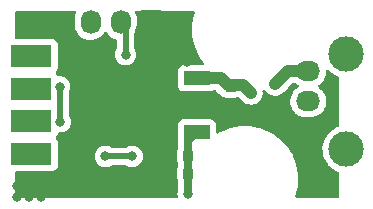
<source format=gbr>
%TF.GenerationSoftware,KiCad,Pcbnew,6.0.2+dfsg-1*%
%TF.CreationDate,2025-02-22T18:35:08+01:00*%
%TF.ProjectId,RS232-to-CCtalk-converter,52533233-322d-4746-9f2d-434374616c6b,rev?*%
%TF.SameCoordinates,Original*%
%TF.FileFunction,Copper,L2,Bot*%
%TF.FilePolarity,Positive*%
%FSLAX46Y46*%
G04 Gerber Fmt 4.6, Leading zero omitted, Abs format (unit mm)*
G04 Created by KiCad (PCBNEW 6.0.2+dfsg-1) date 2025-02-22 18:35:08*
%MOMM*%
%LPD*%
G01*
G04 APERTURE LIST*
G04 Aperture macros list*
%AMRoundRect*
0 Rectangle with rounded corners*
0 $1 Rounding radius*
0 $2 $3 $4 $5 $6 $7 $8 $9 X,Y pos of 4 corners*
0 Add a 4 corners polygon primitive as box body*
4,1,4,$2,$3,$4,$5,$6,$7,$8,$9,$2,$3,0*
0 Add four circle primitives for the rounded corners*
1,1,$1+$1,$2,$3*
1,1,$1+$1,$4,$5*
1,1,$1+$1,$6,$7*
1,1,$1+$1,$8,$9*
0 Add four rect primitives between the rounded corners*
20,1,$1+$1,$2,$3,$4,$5,0*
20,1,$1+$1,$4,$5,$6,$7,0*
20,1,$1+$1,$6,$7,$8,$9,0*
20,1,$1+$1,$8,$9,$2,$3,0*%
%AMRotRect*
0 Rectangle, with rotation*
0 The origin of the aperture is its center*
0 $1 length*
0 $2 width*
0 $3 Rotation angle, in degrees counterclockwise*
0 Add horizontal line*
21,1,$1,$2,0,0,$3*%
G04 Aperture macros list end*
%TA.AperFunction,ComponentPad*%
%ADD10R,1.730000X2.030000*%
%TD*%
%TA.AperFunction,ComponentPad*%
%ADD11O,1.730000X2.030000*%
%TD*%
%TA.AperFunction,SMDPad,CuDef*%
%ADD12R,3.480000X1.846667*%
%TD*%
%TA.AperFunction,ComponentPad*%
%ADD13C,3.000000*%
%TD*%
%TA.AperFunction,ComponentPad*%
%ADD14R,2.030000X1.730000*%
%TD*%
%TA.AperFunction,ComponentPad*%
%ADD15O,2.030000X1.730000*%
%TD*%
%TA.AperFunction,SMDPad,CuDef*%
%ADD16RoundRect,0.225000X0.225000X0.250000X-0.225000X0.250000X-0.225000X-0.250000X0.225000X-0.250000X0*%
%TD*%
%TA.AperFunction,SMDPad,CuDef*%
%ADD17RoundRect,0.225000X-0.250000X0.225000X-0.250000X-0.225000X0.250000X-0.225000X0.250000X0.225000X0*%
%TD*%
%TA.AperFunction,SMDPad,CuDef*%
%ADD18R,2.200000X1.200000*%
%TD*%
%TA.AperFunction,SMDPad,CuDef*%
%ADD19R,5.000000X5.800000*%
%TD*%
%TA.AperFunction,SMDPad,CuDef*%
%ADD20RotRect,0.500000X0.500000X20.000000*%
%TD*%
%TA.AperFunction,ViaPad*%
%ADD21C,0.800000*%
%TD*%
%TA.AperFunction,Conductor*%
%ADD22C,0.700000*%
%TD*%
%TA.AperFunction,Conductor*%
%ADD23C,0.500000*%
%TD*%
%TA.AperFunction,Conductor*%
%ADD24C,1.000000*%
%TD*%
%TA.AperFunction,Conductor*%
%ADD25C,0.250000*%
%TD*%
G04 APERTURE END LIST*
D10*
%TO.P,J2,1,Pin_1*%
%TO.N,GNDREF*%
X116425000Y-86925000D03*
D11*
%TO.P,J2,2,Pin_2*%
%TO.N,RX*%
X113885000Y-86925000D03*
%TO.P,J2,3,Pin_3*%
%TO.N,TX*%
X111345000Y-86925000D03*
%TD*%
D12*
%TO.P,J1,6,6*%
%TO.N,unconnected-(J1-Pad6)*%
X106325000Y-89795000D03*
%TO.P,J1,7,7*%
%TO.N,unconnected-(J1-Pad7)*%
X106325000Y-92565000D03*
%TO.P,J1,8,8*%
%TO.N,unconnected-(J1-Pad8)*%
X106325000Y-95335000D03*
%TO.P,J1,9,9*%
%TO.N,unconnected-(J1-Pad9)*%
X106325000Y-98105000D03*
%TD*%
D13*
%TO.P,J3,*%
%TO.N,*%
X132975000Y-89611200D03*
X132975000Y-97688400D03*
D14*
%TO.P,J3,1,Pin_1*%
%TO.N,GNDREF*%
X129775000Y-96164400D03*
D15*
%TO.P,J3,2,Pin_2*%
%TO.N,CCTALK-DATA*%
X129775000Y-93624400D03*
%TO.P,J3,3,Pin_3*%
%TO.N,Net-(D2-Pad2)*%
X129775000Y-91084400D03*
%TD*%
D16*
%TO.P,C8,1*%
%TO.N,+5V*%
X119625000Y-99750000D03*
%TO.P,C8,2*%
%TO.N,GNDREF*%
X118075000Y-99750000D03*
%TD*%
%TO.P,C9,1*%
%TO.N,+5V*%
X119625000Y-98250000D03*
%TO.P,C9,2*%
%TO.N,GNDREF*%
X118075000Y-98250000D03*
%TD*%
D17*
%TO.P,C7,1*%
%TO.N,+24V*%
X123200000Y-92400000D03*
%TO.P,C7,2*%
%TO.N,GNDREF*%
X123200000Y-93950000D03*
%TD*%
D18*
%TO.P,U2,1,IN*%
%TO.N,+24V*%
X120350000Y-91695000D03*
D19*
%TO.P,U2,2,GND*%
%TO.N,GNDREF*%
X114727600Y-93975000D03*
D18*
X120350000Y-93975000D03*
%TO.P,U2,3,OUT*%
%TO.N,+5V*%
X120350000Y-96255000D03*
%TD*%
D20*
%TO.P,D2,1,K*%
%TO.N,+24V*%
X124899538Y-92908422D03*
%TO.P,D2,2,A*%
%TO.N,Net-(D2-Pad2)*%
X126966862Y-92155978D03*
%TD*%
D21*
%TO.N,+5V*%
X119600000Y-101500000D03*
%TO.N,GNDREF*%
X105100000Y-100800000D03*
X105100000Y-101700000D03*
X107100000Y-101700000D03*
X122075000Y-94049500D03*
X107100000Y-100800000D03*
X119500000Y-90325000D03*
X106100000Y-101700000D03*
X106100000Y-100800000D03*
%TO.N,TXout*%
X108725000Y-92400000D03*
X108775000Y-95375000D03*
%TO.N,RX*%
X114300000Y-89700000D03*
%TO.N,Net-(C1-Pad2)*%
X112600000Y-98300000D03*
X114850000Y-98300000D03*
%TD*%
D22*
%TO.N,+5V*%
X119625000Y-96980000D02*
X120350000Y-96255000D01*
X119625000Y-98250000D02*
X119625000Y-96980000D01*
D23*
X119625000Y-101475000D02*
X119600000Y-101500000D01*
D22*
X119625000Y-98250000D02*
X119625000Y-101475000D01*
D24*
%TO.N,GNDREF*%
X120355000Y-93980000D02*
X123596400Y-93980000D01*
X124510800Y-94894400D02*
X126288800Y-94894400D01*
X127584200Y-96189800D02*
X127609600Y-96164400D01*
D25*
X116875000Y-90325000D02*
X114727600Y-92472400D01*
D24*
X126288800Y-94894400D02*
X127584200Y-96189800D01*
D25*
X119500000Y-90325000D02*
X116875000Y-90325000D01*
D24*
X127609600Y-96164400D02*
X129775000Y-96164400D01*
X123596400Y-93980000D02*
X124510800Y-94894400D01*
D25*
X114727600Y-92472400D02*
X114727600Y-93975000D01*
D24*
X120350000Y-93975000D02*
X120355000Y-93980000D01*
%TO.N,+24V*%
X122340400Y-91695000D02*
X122936000Y-92290600D01*
X124281716Y-92290600D02*
X124899538Y-92908422D01*
X122936000Y-92290600D02*
X124281716Y-92290600D01*
X120350000Y-91695000D02*
X122340400Y-91695000D01*
D23*
%TO.N,TXout*%
X108725000Y-92400000D02*
X108725000Y-95325000D01*
X108725000Y-95325000D02*
X108775000Y-95375000D01*
%TO.N,RX*%
X113885000Y-86925000D02*
X114300000Y-87340000D01*
X114300000Y-87340000D02*
X114300000Y-89700000D01*
%TO.N,Net-(C1-Pad2)*%
X112600000Y-98300000D02*
X114850000Y-98300000D01*
D24*
%TO.N,Net-(D2-Pad2)*%
X129775000Y-91084400D02*
X128041400Y-91084400D01*
X128041400Y-91084400D02*
X126969822Y-92155978D01*
X126969822Y-92155978D02*
X126966862Y-92155978D01*
%TD*%
%TA.AperFunction,Conductor*%
%TO.N,GNDREF*%
G36*
X110075867Y-86003202D02*
G01*
X110122360Y-86056858D01*
X110132464Y-86127132D01*
X110117248Y-86171532D01*
X110100948Y-86200167D01*
X110021881Y-86417995D01*
X109980645Y-86646030D01*
X109979500Y-86670310D01*
X109979500Y-87133186D01*
X109994155Y-87305904D01*
X109995495Y-87311068D01*
X109995496Y-87311072D01*
X110026252Y-87429568D01*
X110052373Y-87530206D01*
X110147550Y-87741492D01*
X110150534Y-87745925D01*
X110150535Y-87745926D01*
X110167108Y-87770542D01*
X110276966Y-87933721D01*
X110280645Y-87937578D01*
X110280647Y-87937580D01*
X110346304Y-88006406D01*
X110436921Y-88101397D01*
X110622840Y-88239724D01*
X110693416Y-88275607D01*
X110816799Y-88338338D01*
X110829408Y-88344749D01*
X110914488Y-88371167D01*
X111045616Y-88411884D01*
X111045622Y-88411885D01*
X111050719Y-88413468D01*
X111174347Y-88429854D01*
X111275160Y-88443216D01*
X111275164Y-88443216D01*
X111280444Y-88443916D01*
X111285773Y-88443716D01*
X111285775Y-88443716D01*
X111396229Y-88439569D01*
X111512014Y-88435222D01*
X111738809Y-88387635D01*
X111954345Y-88302517D01*
X112152456Y-88182299D01*
X112245688Y-88101397D01*
X112323448Y-88033921D01*
X112323450Y-88033919D01*
X112327481Y-88030421D01*
X112330864Y-88026295D01*
X112330868Y-88026291D01*
X112471028Y-87855352D01*
X112474413Y-87851224D01*
X112505376Y-87796830D01*
X112556457Y-87747525D01*
X112626087Y-87733663D01*
X112692158Y-87759646D01*
X112719397Y-87788796D01*
X112816966Y-87933721D01*
X112820645Y-87937578D01*
X112820647Y-87937580D01*
X112886304Y-88006406D01*
X112976921Y-88101397D01*
X113162840Y-88239724D01*
X113241606Y-88279771D01*
X113356799Y-88338338D01*
X113369408Y-88344749D01*
X113374508Y-88346333D01*
X113374514Y-88346335D01*
X113460864Y-88373148D01*
X113519990Y-88412451D01*
X113548480Y-88477480D01*
X113549500Y-88493480D01*
X113549500Y-89165143D01*
X113532619Y-89228143D01*
X113472821Y-89331716D01*
X113414326Y-89511744D01*
X113394540Y-89700000D01*
X113395230Y-89706565D01*
X113409569Y-89842991D01*
X113414326Y-89888256D01*
X113472821Y-90068284D01*
X113567467Y-90232216D01*
X113571885Y-90237123D01*
X113571886Y-90237124D01*
X113627700Y-90299111D01*
X113694129Y-90372888D01*
X113847270Y-90484151D01*
X114020197Y-90561144D01*
X114118212Y-90581978D01*
X114198897Y-90599128D01*
X114198901Y-90599128D01*
X114205354Y-90600500D01*
X114394646Y-90600500D01*
X114401099Y-90599128D01*
X114401103Y-90599128D01*
X114481788Y-90581978D01*
X114579803Y-90561144D01*
X114752730Y-90484151D01*
X114905871Y-90372888D01*
X114972301Y-90299111D01*
X115028114Y-90237124D01*
X115028115Y-90237123D01*
X115032533Y-90232216D01*
X115127179Y-90068284D01*
X115185674Y-89888256D01*
X115190432Y-89842991D01*
X115204770Y-89706565D01*
X115205460Y-89700000D01*
X115185674Y-89511744D01*
X115127179Y-89331716D01*
X115067381Y-89228143D01*
X115050500Y-89165143D01*
X115050500Y-87821178D01*
X115066998Y-87758845D01*
X115069579Y-87754312D01*
X115129052Y-87649833D01*
X115208119Y-87432005D01*
X115249355Y-87203970D01*
X115250500Y-87179690D01*
X115250500Y-86716814D01*
X115235845Y-86544096D01*
X115232460Y-86531052D01*
X115178967Y-86324957D01*
X115177627Y-86319794D01*
X115106073Y-86160949D01*
X115096332Y-86090625D01*
X115126157Y-86026198D01*
X115186081Y-85988122D01*
X115220955Y-85983200D01*
X120037817Y-85983200D01*
X120105938Y-86003202D01*
X120152431Y-86056858D01*
X120162535Y-86127132D01*
X120157357Y-86149028D01*
X120089090Y-86353922D01*
X120089087Y-86353933D01*
X120088177Y-86356664D01*
X119993705Y-86761416D01*
X119993310Y-86764282D01*
X119993309Y-86764287D01*
X119937342Y-87170283D01*
X119936946Y-87173153D01*
X119936817Y-87176047D01*
X119936816Y-87176054D01*
X119925149Y-87437021D01*
X119918383Y-87588369D01*
X119938175Y-88003529D01*
X119996152Y-88415096D01*
X119996819Y-88417916D01*
X120070366Y-88728854D01*
X120091822Y-88819567D01*
X120224369Y-89213496D01*
X120392664Y-89593530D01*
X120394078Y-89596062D01*
X120394080Y-89596066D01*
X120593848Y-89953877D01*
X120593853Y-89953885D01*
X120595275Y-89956432D01*
X120830477Y-90299111D01*
X120904353Y-90387926D01*
X120932537Y-90453087D01*
X120921018Y-90523143D01*
X120873452Y-90575850D01*
X120807483Y-90594500D01*
X119226158Y-90594501D01*
X119202624Y-90594501D01*
X119199230Y-90594870D01*
X119199224Y-90594870D01*
X119149278Y-90600295D01*
X119149274Y-90600296D01*
X119141420Y-90601149D01*
X119007176Y-90651474D01*
X118999997Y-90656854D01*
X118999994Y-90656856D01*
X118899635Y-90732072D01*
X118892454Y-90737454D01*
X118887072Y-90744635D01*
X118811856Y-90844994D01*
X118811854Y-90844997D01*
X118806474Y-90852176D01*
X118782028Y-90917386D01*
X118765620Y-90961157D01*
X118756149Y-90986420D01*
X118749500Y-91047623D01*
X118749501Y-92342376D01*
X118749870Y-92345770D01*
X118749870Y-92345776D01*
X118753626Y-92380348D01*
X118756149Y-92403580D01*
X118806474Y-92537824D01*
X118811854Y-92545003D01*
X118811856Y-92545006D01*
X118823129Y-92560047D01*
X118892454Y-92652546D01*
X118899635Y-92657928D01*
X118999994Y-92733144D01*
X118999997Y-92733146D01*
X119007176Y-92738526D01*
X119075521Y-92764147D01*
X119134025Y-92786079D01*
X119134027Y-92786079D01*
X119141420Y-92788851D01*
X119149270Y-92789704D01*
X119149271Y-92789704D01*
X119199217Y-92795130D01*
X119202623Y-92795500D01*
X120349832Y-92795500D01*
X121497376Y-92795499D01*
X121500770Y-92795130D01*
X121500776Y-92795130D01*
X121550722Y-92789705D01*
X121550726Y-92789704D01*
X121558580Y-92788851D01*
X121692824Y-92738526D01*
X121700003Y-92733146D01*
X121700006Y-92733144D01*
X121716644Y-92720674D01*
X121783151Y-92695826D01*
X121792209Y-92695500D01*
X121873789Y-92695500D01*
X121941910Y-92715502D01*
X121962884Y-92732405D01*
X122217111Y-92986632D01*
X122219564Y-92989154D01*
X122264220Y-93036376D01*
X122278881Y-93051880D01*
X122284114Y-93055544D01*
X122284116Y-93055546D01*
X122328297Y-93086482D01*
X122335639Y-93092034D01*
X122382404Y-93130174D01*
X122407917Y-93143512D01*
X122421800Y-93151953D01*
X122445379Y-93168463D01*
X122464737Y-93176840D01*
X122492432Y-93193383D01*
X122497289Y-93198231D01*
X122503519Y-93202071D01*
X122503520Y-93202072D01*
X122558247Y-93235806D01*
X122641303Y-93287003D01*
X122801876Y-93340263D01*
X122808712Y-93340963D01*
X122808715Y-93340964D01*
X122858797Y-93346095D01*
X122901793Y-93350500D01*
X123197700Y-93350500D01*
X123498206Y-93350499D01*
X123501450Y-93350162D01*
X123501458Y-93350162D01*
X123545880Y-93345553D01*
X123599372Y-93340003D01*
X123726542Y-93297576D01*
X123766418Y-93291100D01*
X123815106Y-93291100D01*
X123883227Y-93311102D01*
X123904201Y-93328005D01*
X124227999Y-93651803D01*
X124230466Y-93653815D01*
X124230467Y-93653816D01*
X124311555Y-93719950D01*
X124345941Y-93747995D01*
X124526068Y-93842163D01*
X124721451Y-93898188D01*
X124812316Y-93905180D01*
X124917748Y-93913293D01*
X124917752Y-93913293D01*
X124924108Y-93913782D01*
X124966186Y-93908466D01*
X125119432Y-93889107D01*
X125119435Y-93889106D01*
X125125762Y-93888307D01*
X125261309Y-93842163D01*
X125312140Y-93824859D01*
X125312144Y-93824857D01*
X125318175Y-93822804D01*
X125440646Y-93750951D01*
X125487983Y-93723179D01*
X125487986Y-93723177D01*
X125493486Y-93719950D01*
X125644535Y-93583944D01*
X125765151Y-93420345D01*
X125850408Y-93235833D01*
X125896822Y-93037946D01*
X125900603Y-92902577D01*
X125902319Y-92841151D01*
X125902319Y-92841148D01*
X125902497Y-92834769D01*
X125898644Y-92812914D01*
X125894400Y-92788851D01*
X125893712Y-92784947D01*
X125901581Y-92714389D01*
X125946348Y-92659285D01*
X126013800Y-92637131D01*
X126082521Y-92654962D01*
X126124884Y-92696672D01*
X126166720Y-92764147D01*
X126166727Y-92764156D01*
X126170088Y-92769577D01*
X126174474Y-92774215D01*
X126293406Y-92899982D01*
X126292060Y-92901255D01*
X126292869Y-92902577D01*
X126294448Y-92901084D01*
X126309743Y-92917258D01*
X126440691Y-93008948D01*
X126443072Y-93010659D01*
X126457899Y-93021591D01*
X126460378Y-93022736D01*
X126460430Y-93022770D01*
X126476241Y-93033841D01*
X126535330Y-93059411D01*
X126603548Y-93088932D01*
X126606357Y-93090189D01*
X126642411Y-93106848D01*
X126646901Y-93107901D01*
X126651560Y-93109708D01*
X126662781Y-93114564D01*
X126711543Y-93124751D01*
X126775883Y-93138193D01*
X126778887Y-93138859D01*
X126814810Y-93147284D01*
X126840298Y-93153262D01*
X126846685Y-93153440D01*
X126847682Y-93153570D01*
X126856806Y-93155114D01*
X126857010Y-93155141D01*
X126861742Y-93156129D01*
X126866624Y-93156385D01*
X126866733Y-93156391D01*
X126866749Y-93156391D01*
X126868401Y-93156478D01*
X126953652Y-93156478D01*
X126957171Y-93156527D01*
X127037093Y-93158760D01*
X127037096Y-93158760D01*
X127043475Y-93158938D01*
X127049760Y-93157830D01*
X127049770Y-93157829D01*
X127102888Y-93148462D01*
X127112030Y-93147193D01*
X127172038Y-93141098D01*
X127199515Y-93132487D01*
X127215301Y-93128640D01*
X127219525Y-93127895D01*
X127237357Y-93124751D01*
X127237363Y-93124749D01*
X127243643Y-93123642D01*
X127282777Y-93108148D01*
X127299720Y-93101440D01*
X127308423Y-93098358D01*
X127359907Y-93082224D01*
X127359911Y-93082222D01*
X127365994Y-93080316D01*
X127391164Y-93066363D01*
X127405871Y-93059411D01*
X127415633Y-93055546D01*
X127432627Y-93048818D01*
X127483099Y-93015790D01*
X127491003Y-93011022D01*
X127538185Y-92984869D01*
X127538188Y-92984867D01*
X127543766Y-92981775D01*
X127565619Y-92963045D01*
X127578622Y-92953282D01*
X127598657Y-92940171D01*
X127602704Y-92937523D01*
X127606297Y-92934288D01*
X127606301Y-92934285D01*
X127606426Y-92934172D01*
X127607660Y-92933061D01*
X127646565Y-92894156D01*
X127653662Y-92887583D01*
X127693246Y-92853655D01*
X127698093Y-92849501D01*
X127702007Y-92844456D01*
X127702011Y-92844451D01*
X127717002Y-92825125D01*
X127727465Y-92813256D01*
X128048374Y-92492347D01*
X128418915Y-92121805D01*
X128481228Y-92087780D01*
X128508011Y-92084900D01*
X128646503Y-92084900D01*
X128714624Y-92104902D01*
X128726394Y-92113466D01*
X128844648Y-92210429D01*
X128844654Y-92210433D01*
X128848776Y-92213813D01*
X128903170Y-92244776D01*
X128952475Y-92295857D01*
X128966337Y-92365487D01*
X128940354Y-92431558D01*
X128911204Y-92458797D01*
X128766279Y-92556366D01*
X128762422Y-92560045D01*
X128762420Y-92560047D01*
X128723862Y-92596830D01*
X128598603Y-92716321D01*
X128460276Y-92902240D01*
X128457860Y-92906992D01*
X128365357Y-93088932D01*
X128355251Y-93108808D01*
X128331488Y-93185337D01*
X128288116Y-93325016D01*
X128288115Y-93325022D01*
X128286532Y-93330119D01*
X128256084Y-93559844D01*
X128264778Y-93791414D01*
X128312365Y-94018209D01*
X128397483Y-94233745D01*
X128517701Y-94431856D01*
X128521198Y-94435886D01*
X128605017Y-94532479D01*
X128669579Y-94606881D01*
X128673705Y-94610264D01*
X128673709Y-94610268D01*
X128769429Y-94688753D01*
X128848776Y-94753813D01*
X128853412Y-94756452D01*
X128853415Y-94756454D01*
X128857763Y-94758929D01*
X129050167Y-94868452D01*
X129267995Y-94947519D01*
X129273244Y-94948468D01*
X129273247Y-94948469D01*
X129351881Y-94962688D01*
X129496030Y-94988755D01*
X129500169Y-94988950D01*
X129500176Y-94988951D01*
X129518822Y-94989830D01*
X129518829Y-94989830D01*
X129520310Y-94989900D01*
X129983186Y-94989900D01*
X130155904Y-94975245D01*
X130161068Y-94973905D01*
X130161072Y-94973904D01*
X130375043Y-94918367D01*
X130375042Y-94918367D01*
X130380206Y-94917027D01*
X130591492Y-94821850D01*
X130783721Y-94692434D01*
X130951397Y-94532479D01*
X131089724Y-94346560D01*
X131194749Y-94139992D01*
X131234183Y-94012994D01*
X131261884Y-93923784D01*
X131261885Y-93923778D01*
X131263468Y-93918681D01*
X131293916Y-93688956D01*
X131285222Y-93457386D01*
X131237635Y-93230591D01*
X131152517Y-93015055D01*
X131032299Y-92816944D01*
X131008662Y-92789705D01*
X130883921Y-92645952D01*
X130883919Y-92645950D01*
X130880421Y-92641919D01*
X130876295Y-92638536D01*
X130876291Y-92638532D01*
X130705352Y-92498372D01*
X130701224Y-92494987D01*
X130646830Y-92464024D01*
X130597525Y-92412943D01*
X130583663Y-92343313D01*
X130609646Y-92277242D01*
X130638796Y-92250003D01*
X130783721Y-92152434D01*
X130815829Y-92121805D01*
X130916265Y-92025993D01*
X130951397Y-91992479D01*
X131089724Y-91806560D01*
X131187330Y-91614584D01*
X131192330Y-91604750D01*
X131192330Y-91604749D01*
X131194749Y-91599992D01*
X131248824Y-91425842D01*
X131261884Y-91383784D01*
X131261885Y-91383778D01*
X131263468Y-91378681D01*
X131287688Y-91195943D01*
X131293216Y-91154240D01*
X131293216Y-91154236D01*
X131293916Y-91148956D01*
X131293716Y-91143625D01*
X131290687Y-91062938D01*
X131308119Y-90994114D01*
X131359993Y-90945642D01*
X131429839Y-90932909D01*
X131495480Y-90959958D01*
X131509123Y-90972683D01*
X131599036Y-91069951D01*
X131599041Y-91069956D01*
X131602065Y-91073227D01*
X131605519Y-91076039D01*
X131818307Y-91249275D01*
X131818311Y-91249278D01*
X131821764Y-91252089D01*
X132064472Y-91398212D01*
X132323132Y-91507739D01*
X132378060Y-91552720D01*
X132400000Y-91623766D01*
X132400000Y-95680653D01*
X132379998Y-95748774D01*
X132326342Y-95795267D01*
X132315754Y-95799534D01*
X132271820Y-95814962D01*
X132182683Y-95846264D01*
X132182675Y-95846267D01*
X132178476Y-95847742D01*
X132174523Y-95849795D01*
X132174517Y-95849798D01*
X132074997Y-95901495D01*
X131927072Y-95978336D01*
X131923457Y-95980919D01*
X131923451Y-95980923D01*
X131824315Y-96051767D01*
X131696576Y-96143051D01*
X131693349Y-96146129D01*
X131693347Y-96146131D01*
X131520963Y-96310577D01*
X131491588Y-96338599D01*
X131316199Y-96561080D01*
X131272032Y-96637120D01*
X131176141Y-96802207D01*
X131176138Y-96802213D01*
X131173907Y-96806054D01*
X131172237Y-96810177D01*
X131070175Y-97062157D01*
X131067552Y-97068632D01*
X131066481Y-97072945D01*
X131066479Y-97072950D01*
X131013055Y-97288020D01*
X130999255Y-97343577D01*
X130998801Y-97348005D01*
X130998801Y-97348007D01*
X130996867Y-97366885D01*
X130970380Y-97625402D01*
X130970555Y-97629854D01*
X130979696Y-97862507D01*
X130981502Y-97908484D01*
X131032400Y-98187175D01*
X131122058Y-98455914D01*
X131124050Y-98459901D01*
X131124051Y-98459903D01*
X131231033Y-98674007D01*
X131248687Y-98709339D01*
X131409761Y-98942393D01*
X131462700Y-98999662D01*
X131532998Y-99075710D01*
X131602065Y-99150427D01*
X131605519Y-99153239D01*
X131818307Y-99326475D01*
X131818311Y-99326478D01*
X131821764Y-99329289D01*
X131825586Y-99331590D01*
X132058571Y-99471859D01*
X132064472Y-99475412D01*
X132068567Y-99477146D01*
X132068569Y-99477147D01*
X132111992Y-99495534D01*
X132323132Y-99584939D01*
X132378060Y-99629920D01*
X132400000Y-99700966D01*
X132400000Y-101692065D01*
X132379998Y-101760186D01*
X132326342Y-101806679D01*
X132281452Y-101817844D01*
X132164780Y-101824756D01*
X132063986Y-101830728D01*
X132037691Y-101829477D01*
X132037302Y-101829472D01*
X132028435Y-101828094D01*
X132019537Y-101829260D01*
X132019535Y-101829260D01*
X131997620Y-101832132D01*
X131981249Y-101833200D01*
X128806980Y-101833200D01*
X128738859Y-101813198D01*
X128692366Y-101759542D01*
X128682262Y-101689268D01*
X128687440Y-101667372D01*
X128755707Y-101462480D01*
X128755710Y-101462468D01*
X128756620Y-101459738D01*
X128851092Y-101054986D01*
X128873722Y-100890826D01*
X128907456Y-100646118D01*
X128907457Y-100646107D01*
X128907851Y-100643249D01*
X128917738Y-100422114D01*
X128926284Y-100230946D01*
X128926284Y-100230941D01*
X128926414Y-100228033D01*
X128906623Y-99812874D01*
X128848645Y-99401306D01*
X128752976Y-98996836D01*
X128620429Y-98602907D01*
X128594759Y-98544939D01*
X128453308Y-98225526D01*
X128453307Y-98225524D01*
X128452133Y-98222873D01*
X128249522Y-97859971D01*
X128014321Y-97517292D01*
X127748532Y-97197752D01*
X127454420Y-96904074D01*
X127391780Y-96852127D01*
X127232453Y-96720000D01*
X127134488Y-96638759D01*
X126943867Y-96508339D01*
X126793862Y-96405708D01*
X126793856Y-96405704D01*
X126791460Y-96404065D01*
X126428259Y-96201991D01*
X126282752Y-96137811D01*
X126050635Y-96035429D01*
X126050628Y-96035426D01*
X126047977Y-96034257D01*
X125683211Y-95912124D01*
X125656609Y-95903217D01*
X125656607Y-95903216D01*
X125653852Y-95902294D01*
X125496307Y-95865276D01*
X125252069Y-95807887D01*
X125252059Y-95807885D01*
X125249241Y-95807223D01*
X124866434Y-95753874D01*
X124840459Y-95750254D01*
X124840457Y-95750254D01*
X124837588Y-95749854D01*
X124834701Y-95749721D01*
X124834694Y-95749720D01*
X124425301Y-95730811D01*
X124422400Y-95730677D01*
X124419499Y-95730811D01*
X124010109Y-95749720D01*
X124010105Y-95749720D01*
X124007212Y-95749854D01*
X123595559Y-95807222D01*
X123462680Y-95838444D01*
X123193788Y-95901625D01*
X123193781Y-95901627D01*
X123190947Y-95902293D01*
X123176244Y-95907216D01*
X122799590Y-96033330D01*
X122799586Y-96033331D01*
X122796822Y-96034257D01*
X122794166Y-96035429D01*
X122794157Y-96035432D01*
X122556042Y-96140459D01*
X122416540Y-96201990D01*
X122328295Y-96251087D01*
X122137759Y-96357095D01*
X122068507Y-96372735D01*
X122001792Y-96348452D01*
X121958797Y-96291955D01*
X121950500Y-96246989D01*
X121950499Y-95611042D01*
X121950499Y-95607624D01*
X121943851Y-95546420D01*
X121893526Y-95412176D01*
X121888146Y-95404997D01*
X121888144Y-95404994D01*
X121812928Y-95304635D01*
X121807546Y-95297454D01*
X121800365Y-95292072D01*
X121700006Y-95216856D01*
X121700003Y-95216854D01*
X121692824Y-95211474D01*
X121603439Y-95177966D01*
X121565975Y-95163921D01*
X121565973Y-95163921D01*
X121558580Y-95161149D01*
X121550730Y-95160296D01*
X121550729Y-95160296D01*
X121500774Y-95154869D01*
X121500773Y-95154869D01*
X121497377Y-95154500D01*
X120350168Y-95154500D01*
X119202624Y-95154501D01*
X119199230Y-95154870D01*
X119199224Y-95154870D01*
X119149278Y-95160295D01*
X119149274Y-95160296D01*
X119141420Y-95161149D01*
X119007176Y-95211474D01*
X118999997Y-95216854D01*
X118999994Y-95216856D01*
X118899635Y-95292072D01*
X118892454Y-95297454D01*
X118887072Y-95304635D01*
X118811856Y-95404994D01*
X118811854Y-95404997D01*
X118806474Y-95412176D01*
X118756149Y-95546420D01*
X118749500Y-95607623D01*
X118749501Y-96902376D01*
X118749870Y-96905770D01*
X118749870Y-96905776D01*
X118749909Y-96906129D01*
X118756149Y-96963580D01*
X118764679Y-96986334D01*
X118772647Y-97034076D01*
X118772241Y-97048611D01*
X118773520Y-97055316D01*
X118774067Y-97062114D01*
X118773538Y-97062157D01*
X118774500Y-97072363D01*
X118774500Y-97596371D01*
X118755760Y-97662486D01*
X118737997Y-97691303D01*
X118684737Y-97851876D01*
X118684037Y-97858712D01*
X118684036Y-97858715D01*
X118683648Y-97862507D01*
X118674500Y-97951793D01*
X118674501Y-98548206D01*
X118684997Y-98649372D01*
X118738537Y-98809852D01*
X118755645Y-98837497D01*
X118774500Y-98903799D01*
X118774500Y-99096371D01*
X118755760Y-99162486D01*
X118737997Y-99191303D01*
X118735691Y-99198254D01*
X118735691Y-99198255D01*
X118734946Y-99200500D01*
X118684737Y-99351876D01*
X118674500Y-99451793D01*
X118674501Y-100048206D01*
X118674838Y-100051450D01*
X118674838Y-100051458D01*
X118678384Y-100085630D01*
X118684997Y-100149372D01*
X118738537Y-100309852D01*
X118755645Y-100337497D01*
X118774500Y-100403799D01*
X118774500Y-101106593D01*
X118768333Y-101145528D01*
X118714326Y-101311744D01*
X118694540Y-101500000D01*
X118695230Y-101506565D01*
X118714326Y-101688256D01*
X118712926Y-101688403D01*
X118708086Y-101751800D01*
X118665266Y-101808430D01*
X118598627Y-101832921D01*
X118590243Y-101833200D01*
X105048400Y-101833200D01*
X104980279Y-101813198D01*
X104933786Y-101759542D01*
X104922400Y-101707200D01*
X104922400Y-99654833D01*
X104942402Y-99586712D01*
X104996058Y-99540219D01*
X105048400Y-99528833D01*
X108028127Y-99528832D01*
X108112376Y-99528832D01*
X108115770Y-99528463D01*
X108115776Y-99528463D01*
X108165722Y-99523038D01*
X108165726Y-99523037D01*
X108173580Y-99522184D01*
X108307824Y-99471859D01*
X108315003Y-99466479D01*
X108315006Y-99466477D01*
X108415365Y-99391261D01*
X108422546Y-99385879D01*
X108427928Y-99378698D01*
X108503144Y-99278339D01*
X108503146Y-99278336D01*
X108508526Y-99271157D01*
X108549767Y-99161144D01*
X108556079Y-99144308D01*
X108556079Y-99144306D01*
X108558851Y-99136913D01*
X108565500Y-99075710D01*
X108565500Y-98300000D01*
X111694540Y-98300000D01*
X111714326Y-98488256D01*
X111772821Y-98668284D01*
X111776124Y-98674006D01*
X111776125Y-98674007D01*
X111850544Y-98802904D01*
X111867467Y-98832216D01*
X111871885Y-98837123D01*
X111871886Y-98837124D01*
X111969615Y-98945662D01*
X111994129Y-98972888D01*
X111999468Y-98976767D01*
X112140328Y-99079107D01*
X112147270Y-99084151D01*
X112320197Y-99161144D01*
X112418212Y-99181978D01*
X112498897Y-99199128D01*
X112498901Y-99199128D01*
X112505354Y-99200500D01*
X112694646Y-99200500D01*
X112701099Y-99199128D01*
X112701103Y-99199128D01*
X112781788Y-99181978D01*
X112879803Y-99161144D01*
X113052730Y-99084151D01*
X113058067Y-99080273D01*
X113058073Y-99080270D01*
X113065924Y-99074565D01*
X113132791Y-99050706D01*
X113139986Y-99050500D01*
X114310014Y-99050500D01*
X114378135Y-99070502D01*
X114384076Y-99074565D01*
X114391927Y-99080270D01*
X114391933Y-99080273D01*
X114397270Y-99084151D01*
X114570197Y-99161144D01*
X114668212Y-99181978D01*
X114748897Y-99199128D01*
X114748901Y-99199128D01*
X114755354Y-99200500D01*
X114944646Y-99200500D01*
X114951099Y-99199128D01*
X114951103Y-99199128D01*
X115031788Y-99181978D01*
X115129803Y-99161144D01*
X115302730Y-99084151D01*
X115309673Y-99079107D01*
X115450532Y-98976767D01*
X115455871Y-98972888D01*
X115480386Y-98945662D01*
X115578114Y-98837124D01*
X115578115Y-98837123D01*
X115582533Y-98832216D01*
X115599456Y-98802904D01*
X115673875Y-98674007D01*
X115673876Y-98674006D01*
X115677179Y-98668284D01*
X115735674Y-98488256D01*
X115755460Y-98300000D01*
X115735674Y-98111744D01*
X115677179Y-97931716D01*
X115661198Y-97904035D01*
X115585836Y-97773505D01*
X115582533Y-97767784D01*
X115455871Y-97627112D01*
X115447417Y-97620970D01*
X115308072Y-97519730D01*
X115308071Y-97519729D01*
X115302730Y-97515849D01*
X115129803Y-97438856D01*
X115031788Y-97418022D01*
X114951103Y-97400872D01*
X114951099Y-97400872D01*
X114944646Y-97399500D01*
X114755354Y-97399500D01*
X114748901Y-97400872D01*
X114748897Y-97400872D01*
X114668212Y-97418022D01*
X114570197Y-97438856D01*
X114397270Y-97515849D01*
X114391933Y-97519727D01*
X114391927Y-97519730D01*
X114384076Y-97525435D01*
X114317209Y-97549294D01*
X114310014Y-97549500D01*
X113139986Y-97549500D01*
X113071865Y-97529498D01*
X113065924Y-97525435D01*
X113058073Y-97519730D01*
X113058067Y-97519727D01*
X113052730Y-97515849D01*
X112879803Y-97438856D01*
X112781788Y-97418022D01*
X112701103Y-97400872D01*
X112701099Y-97400872D01*
X112694646Y-97399500D01*
X112505354Y-97399500D01*
X112498901Y-97400872D01*
X112498897Y-97400872D01*
X112418212Y-97418022D01*
X112320197Y-97438856D01*
X112147270Y-97515849D01*
X112141929Y-97519729D01*
X112141928Y-97519730D01*
X112002583Y-97620970D01*
X111994129Y-97627112D01*
X111867467Y-97767784D01*
X111864164Y-97773505D01*
X111788803Y-97904035D01*
X111772821Y-97931716D01*
X111714326Y-98111744D01*
X111694540Y-98300000D01*
X108565500Y-98300000D01*
X108565499Y-97134291D01*
X108565130Y-97130891D01*
X108559705Y-97080945D01*
X108559704Y-97080941D01*
X108558851Y-97073087D01*
X108508526Y-96938843D01*
X108503146Y-96931664D01*
X108503144Y-96931661D01*
X108427928Y-96831302D01*
X108422546Y-96824121D01*
X108415365Y-96818739D01*
X108409016Y-96812390D01*
X108410632Y-96810774D01*
X108375632Y-96763960D01*
X108370611Y-96693142D01*
X108404674Y-96630850D01*
X108412930Y-96623696D01*
X108415365Y-96621261D01*
X108422546Y-96615879D01*
X108466236Y-96557584D01*
X108503144Y-96508339D01*
X108503146Y-96508336D01*
X108508526Y-96501157D01*
X108558851Y-96366913D01*
X108559475Y-96367147D01*
X108591795Y-96310577D01*
X108654751Y-96277760D01*
X108680354Y-96276605D01*
X108680354Y-96275500D01*
X108869646Y-96275500D01*
X108876099Y-96274128D01*
X108876103Y-96274128D01*
X108956788Y-96256978D01*
X109054803Y-96236144D01*
X109227730Y-96159151D01*
X109253458Y-96140459D01*
X109375532Y-96051767D01*
X109380871Y-96047888D01*
X109392087Y-96035432D01*
X109503114Y-95912124D01*
X109503115Y-95912123D01*
X109507533Y-95907216D01*
X109565264Y-95807223D01*
X109598875Y-95749007D01*
X109598876Y-95749006D01*
X109602179Y-95743284D01*
X109660674Y-95563256D01*
X109661619Y-95554271D01*
X109679770Y-95381565D01*
X109680460Y-95375000D01*
X109660674Y-95186744D01*
X109602179Y-95006716D01*
X109592341Y-94989675D01*
X109510835Y-94848503D01*
X109510834Y-94848502D01*
X109507533Y-94842784D01*
X109503115Y-94837877D01*
X109499564Y-94832990D01*
X109475500Y-94758929D01*
X109475500Y-92934857D01*
X109492381Y-92871857D01*
X109548875Y-92774007D01*
X109548876Y-92774006D01*
X109552179Y-92768284D01*
X109610674Y-92588256D01*
X109615975Y-92537824D01*
X109629770Y-92406565D01*
X109630460Y-92400000D01*
X109622940Y-92328452D01*
X109611364Y-92218307D01*
X109611364Y-92218305D01*
X109610674Y-92211744D01*
X109552179Y-92031716D01*
X109457533Y-91867784D01*
X109449959Y-91859372D01*
X109335286Y-91732015D01*
X109335284Y-91732014D01*
X109330871Y-91727112D01*
X109177730Y-91615849D01*
X109004803Y-91538856D01*
X108897532Y-91516055D01*
X108826103Y-91500872D01*
X108826099Y-91500872D01*
X108819646Y-91499500D01*
X108633588Y-91499500D01*
X108565467Y-91479498D01*
X108518974Y-91425842D01*
X108515606Y-91417729D01*
X108511676Y-91407247D01*
X108508526Y-91398843D01*
X108503146Y-91391664D01*
X108503144Y-91391661D01*
X108427928Y-91291302D01*
X108422546Y-91284121D01*
X108415365Y-91278739D01*
X108409016Y-91272390D01*
X108410632Y-91270774D01*
X108375632Y-91223960D01*
X108370611Y-91153142D01*
X108404674Y-91090850D01*
X108412930Y-91083696D01*
X108415365Y-91081261D01*
X108422546Y-91075879D01*
X108450353Y-91038777D01*
X108503144Y-90968339D01*
X108503146Y-90968336D01*
X108508526Y-90961157D01*
X108548876Y-90853521D01*
X108556079Y-90834308D01*
X108556079Y-90834306D01*
X108558851Y-90826913D01*
X108565500Y-90765710D01*
X108565499Y-88824291D01*
X108558851Y-88763087D01*
X108508526Y-88628843D01*
X108503146Y-88621664D01*
X108503144Y-88621661D01*
X108427928Y-88521302D01*
X108422546Y-88514121D01*
X108395005Y-88493480D01*
X108315006Y-88433523D01*
X108315003Y-88433521D01*
X108307824Y-88428141D01*
X108199773Y-88387635D01*
X108180975Y-88380588D01*
X108180973Y-88380588D01*
X108173580Y-88377816D01*
X108165730Y-88376963D01*
X108165729Y-88376963D01*
X108115774Y-88371536D01*
X108115773Y-88371536D01*
X108112377Y-88371167D01*
X108028152Y-88371167D01*
X105048400Y-88371168D01*
X104980279Y-88351166D01*
X104933786Y-88297510D01*
X104922400Y-88245168D01*
X104922400Y-86109200D01*
X104942402Y-86041079D01*
X104996058Y-85994586D01*
X105048400Y-85983200D01*
X110007746Y-85983200D01*
X110075867Y-86003202D01*
G37*
%TD.AperFunction*%
%TD*%
M02*

</source>
